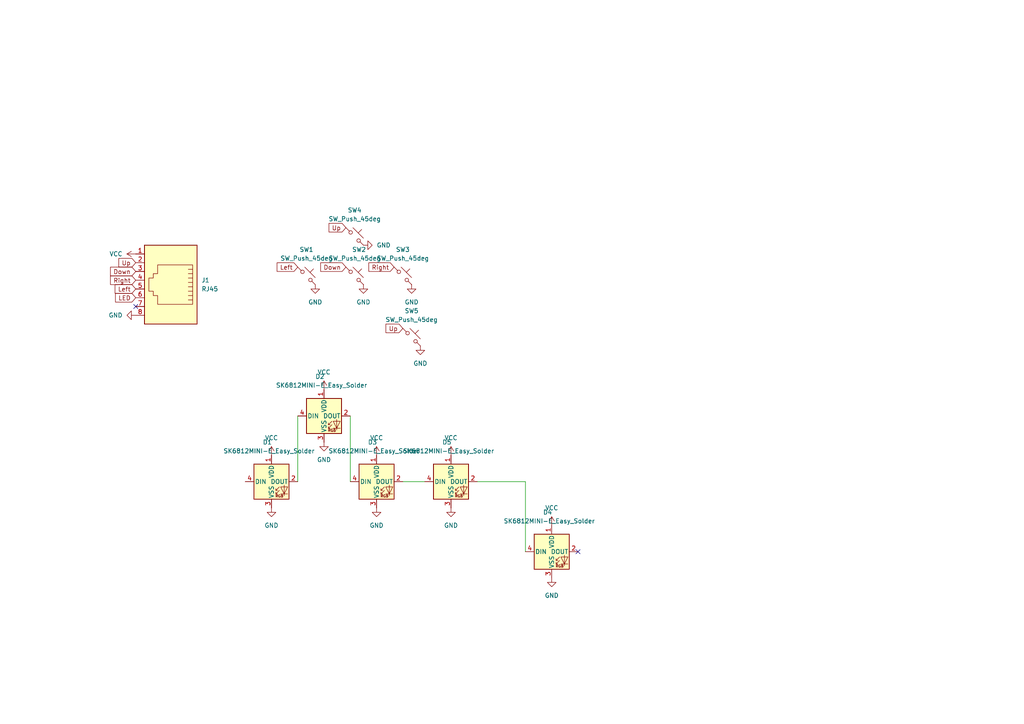
<source format=kicad_sch>
(kicad_sch (version 20230121) (generator eeschema)
  (paper "A4")
  (lib_symbols
    (symbol "Connector:RJ45" (pin_names (offset 1.016))
      (property "Reference" "J" (at -5.08 13.97 0))
      (property "Value" "RJ45" (at 2.54 13.97 0))
      (symbol "RJ45_0_1"
        (polyline (pts (xy -5.08 4.445) (xy -6.35 4.445)))
        (polyline (pts (xy -5.08 5.715) (xy -6.35 5.715)))
        (polyline (pts (xy -6.35 -3.175) (xy -5.08 -3.175) (xy -5.08 -3.175)))
        (polyline (pts (xy -6.35 -1.905) (xy -5.08 -1.905) (xy -5.08 -1.905)))
        (polyline (pts (xy -6.35 -0.635) (xy -5.08 -0.635) (xy -5.08 -0.635)))
        (polyline (pts (xy -6.35 0.635) (xy -5.08 0.635) (xy -5.08 0.635)))
        (polyline (pts (xy -6.35 1.905) (xy -5.08 1.905) (xy -5.08 1.905)))
        (polyline (pts (xy -5.08 3.175) (xy -6.35 3.175) (xy -6.35 3.175)))
        (polyline (pts (xy -6.35 -4.445) (xy -6.35 6.985) (xy 3.81 6.985) (xy 3.81 4.445) (xy 5.08 4.445) (xy 5.08 3.175) (xy 6.35 3.175) (xy 6.35 -0.635) (xy 5.08 -0.635) (xy 5.08 -1.905) (xy 3.81 -1.905) (xy 3.81 -4.445) (xy -6.35 -4.445) (xy -6.35 -4.445)))
        (rectangle (start 7.62 12.7) (end -7.62 -10.16) (stroke (width 0.254)) (fill (type background)))
      )
      (symbol "RJ45_1_1"
        (pin passive line (at 10.16 -7.62 180) (length 2.54) (name "~") (number "1"))
        (pin passive line (at 10.16 -5.08 180) (length 2.54) (name "~") (number "2"))
        (pin passive line (at 10.16 -2.54 180) (length 2.54) (name "~") (number "3"))
        (pin passive line (at 10.16 0 180) (length 2.54) (name "~") (number "4"))
        (pin passive line (at 10.16 2.54 180) (length 2.54) (name "~") (number "5"))
        (pin passive line (at 10.16 5.08 180) (length 2.54) (name "~") (number "6"))
        (pin passive line (at 10.16 7.62 180) (length 2.54) (name "~") (number "7"))
        (pin passive line (at 10.16 10.16 180) (length 2.54) (name "~") (number "8"))
      )
    )
    (symbol "Switch:SW_Push_45deg" (pin_numbers hide) (pin_names (offset 1.016) hide)
      (property "Reference" "SW" (at 3.048 1.016 0))
      (property "Value" "SW_Push_45deg" (at 0 -3.81 0))
      (symbol "SW_Push_45deg_0_1"
        (circle (center -1.1684 1.1684) (radius 0.508))
        (polyline (pts (xy -0.508 2.54) (xy 2.54 -0.508)))
        (polyline (pts (xy 1.016 1.016) (xy 2.032 2.032)))
        (polyline (pts (xy -2.54 2.54) (xy -1.524 1.524) (xy -1.524 1.524)))
        (polyline (pts (xy 1.524 -1.524) (xy 2.54 -2.54) (xy 2.54 -2.54) (xy 2.54 -2.54)))
        (circle (center 1.143 -1.1938) (radius 0.508))
        (pin passive line (at -2.54 2.54 0) (length 0) (name "1") (number "1"))
        (pin passive line (at 2.54 -2.54 180) (length 0) (name "2") (number "2"))
      )
    )
    (symbol "power:GND" (power) (pin_names (offset 0))
      (property "Value" "GND" (at 0 -3.81 0))
      (symbol "GND_0_1"
        (polyline (pts (xy 0 0) (xy 0 -1.27) (xy 1.27 -1.27) (xy 0 -2.54) (xy -1.27 -1.27) (xy 0 -1.27)))
      )
      (symbol "GND_1_1"
        (pin power_in line (at 0 0 270) (length 0) hide (name "GND") (number "1"))
      )
    )
    (symbol "power:VCC" (power) (pin_names (offset 0))
      (property "Value" "VCC" (at 0 3.81 0))
      (symbol "VCC_0_1"
        (polyline (pts (xy -0.762 1.27) (xy 0 2.54)))
        (polyline (pts (xy 0 0) (xy 0 2.54)))
        (polyline (pts (xy 0 2.54) (xy 0.762 1.27)))
      )
      (symbol "VCC_1_1"
        (pin power_in line (at 0 0 90) (length 0) hide (name "VCC") (number "1"))
      )
    )
    (symbol "sk6812mini-e_easy_solder:SK6812MINI-E_Easy_Solder" (pin_names (offset 0.254))
      (property "Reference" "D" (at 5.08 5.715 0))
      (property "Value" "SK6812MINI-E_Easy_Solder" (at 1.27 -5.715 0))
      (symbol "SK6812MINI-E_Easy_Solder_0_0"
        (text "RGB" (at 2.286 -4.191 0) (effects (font (size 0.762 0.762))))
      )
      (symbol "SK6812MINI-E_Easy_Solder_0_1"
        (polyline (pts (xy 1.27 -3.556) (xy 1.778 -3.556)))
        (polyline (pts (xy 1.27 -2.54) (xy 1.778 -2.54)))
        (polyline (pts (xy 4.699 -3.556) (xy 2.667 -3.556)))
        (polyline (pts (xy 2.286 -2.54) (xy 1.27 -3.556) (xy 1.27 -3.048)))
        (polyline (pts (xy 2.286 -1.524) (xy 1.27 -2.54) (xy 1.27 -2.032)))
        (polyline (pts (xy 3.683 -1.016) (xy 3.683 -3.556) (xy 3.683 -4.064)))
        (polyline (pts (xy 4.699 -1.524) (xy 2.667 -1.524) (xy 3.683 -3.556) (xy 4.699 -1.524)))
        (rectangle (start 5.08 5.08) (end -5.08 -5.08) (stroke (width 0.254)) (fill (type background)))
      )
      (symbol "SK6812MINI-E_Easy_Solder_1_1"
        (pin power_in line (at 0 7.62 270) (length 2.54) (name "VDD") (number "1"))
        (pin output line (at 7.62 0 180) (length 2.54) (name "DOUT") (number "2"))
        (pin power_in line (at 0 -7.62 90) (length 2.54) (name "VSS") (number "3"))
        (pin input line (at -7.62 0 0) (length 2.54) (name "DIN") (number "4"))
      )
    )
  )
  (no_connect (at 39.37 88.9))
  (no_connect (at 167.64 160.02))
  (wire (pts (xy 101.6 120.65) (xy 101.6 139.7)))
  (wire (pts (xy 116.84 139.7) (xy 123.19 139.7)))
  (wire (pts (xy 86.36 120.65) (xy 86.36 139.7)))
  (wire (pts (xy 138.43 139.7) (xy 152.4 139.7)))
  (wire (pts (xy 152.4 139.7) (xy 152.4 160.02)))
  (global_label "Down" (shape input) (at 39.37 78.74 180) (property "Intersheetrefs" "${INTERSHEET_REFS}" (effects hide)))
  (global_label "Up" (shape input) (at 100.33 66.04 180) (property "Intersheetrefs" "${INTERSHEET_REFS}" (effects hide)))
  (global_label "Left" (shape input) (at 39.37 83.82 180) (property "Intersheetrefs" "${INTERSHEET_REFS}" (effects hide)))
  (global_label "Down" (shape input) (at 100.33 77.47 180) (property "Intersheetrefs" "${INTERSHEET_REFS}" (effects hide)))
  (global_label "Right" (shape input) (at 114.3 77.47 180) (property "Intersheetrefs" "${INTERSHEET_REFS}" (effects hide)))
  (global_label "LED" (shape input) (at 39.37 86.36 180) (property "Intersheetrefs" "${INTERSHEET_REFS}" (effects hide)))
  (global_label "Right" (shape input) (at 39.37 81.28 180) (property "Intersheetrefs" "${INTERSHEET_REFS}" (effects hide)))
  (global_label "Up" (shape input) (at 116.84 95.25 180) (property "Intersheetrefs" "${INTERSHEET_REFS}" (effects hide)))
  (global_label "Left" (shape input) (at 86.36 77.47 180) (property "Intersheetrefs" "${INTERSHEET_REFS}" (effects hide)))
  (global_label "Up" (shape input) (at 39.37 76.2 180) (property "Intersheetrefs" "${INTERSHEET_REFS}" (effects hide)))
  (symbol (lib_id "Switch:SW_Push_45deg") (at 88.9 80.01 0) (unit 1)
    (property "Reference" "SW1" (at 88.9 72.39 0))
    (property "Value" "SW_Push_45deg" (at 88.9 74.93 0))
  )
  (symbol (lib_id "power:VCC") (at 39.37 73.66 90) (unit 1)
    (property "Reference" "#PWR01" (effects hide))
    (property "Value" "VCC" (at 35.56 73.66 90) (effects (justify left)))
  )
  (symbol (lib_id "sk6812mini-e_easy_solder:SK6812MINI-E_Easy_Solder") (at 78.74 139.7 0) (unit 1)
    (property "Reference" "D1" (at 76.2 128.27 0) (effects (justify left)))
    (property "Value" "SK6812MINI-E_Easy_Solder" (at 64.77 130.81 0) (effects (justify left)))
    (property "Footprint" "zodipact:YS-SK6812MINI-E-SingleSide" (effects hide))
  )
  (symbol (lib_id "power:VCC") (at 78.74 132.08 0) (unit 1)
    (property "Reference" "#PWR013" (effects hide))
    (property "Value" "VCC" (at 78.74 127 0))
  )
  (symbol (lib_id "power:GND") (at 39.37 91.44 270) (unit 1)
    (property "Reference" "#PWR07" (effects hide))
    (property "Value" "GND" (at 35.56 91.44 90) (effects (justify right)))
  )
  (symbol (lib_id "Switch:SW_Push_45deg") (at 102.87 68.58 0) (unit 1)
    (property "Reference" "SW4" (at 102.87 60.96 0))
    (property "Value" "SW_Push_45deg" (at 102.87 63.5 0))
  )
  (symbol (lib_id "sk6812mini-e_easy_solder:SK6812MINI-E_Easy_Solder") (at 109.22 139.7 0) (unit 1)
    (property "Reference" "D3" (at 106.68 128.27 0) (effects (justify left)))
    (property "Value" "SK6812MINI-E_Easy_Solder" (at 95.25 130.81 0) (effects (justify left)))
    (property "Footprint" "zodipact:YS-SK6812MINI-E-SingleSide" (effects hide))
  )
  (symbol (lib_id "power:GND") (at 130.81 147.32 0) (unit 1)
    (property "Reference" "#PWR011" (effects hide))
    (property "Value" "GND" (at 130.81 152.4 0))
  )
  (symbol (lib_id "power:GND") (at 105.41 71.12 90) (unit 1)
    (property "Reference" "#PWR02" (effects hide))
    (property "Value" "GND" (at 109.22 71.12 90) (effects (justify right)))
  )
  (symbol (lib_id "Switch:SW_Push_45deg") (at 102.87 80.01 0) (unit 1)
    (property "Reference" "SW2" (at 104.14 72.39 0))
    (property "Value" "SW_Push_45deg" (at 102.87 74.93 0))
  )
  (symbol (lib_id "power:VCC") (at 109.22 132.08 0) (unit 1)
    (property "Reference" "#PWR015" (effects hide))
    (property "Value" "VCC" (at 109.22 127 0))
  )
  (symbol (lib_id "sk6812mini-e_easy_solder:SK6812MINI-E_Easy_Solder") (at 93.98 120.65 0) (unit 1)
    (property "Reference" "D2" (at 91.44 109.22 0) (effects (justify left)))
    (property "Value" "SK6812MINI-E_Easy_Solder" (at 80.01 111.76 0) (effects (justify left)))
    (property "Footprint" "zodipact:YS-SK6812MINI-E-SingleSide" (effects hide))
  )
  (symbol (lib_id "Connector:RJ45") (at 49.53 81.28 180) (unit 1)
    (property "Reference" "J1" (at 58.42 81.28 0) (effects (justify right)))
    (property "Value" "RJ45" (at 58.42 83.82 0) (effects (justify right)))
  )
  (symbol (lib_id "power:GND") (at 105.41 82.55 0) (unit 1)
    (property "Reference" "#PWR04" (effects hide))
    (property "Value" "GND" (at 105.41 87.63 0))
  )
  (symbol (lib_id "power:GND") (at 93.98 128.27 0) (unit 1)
    (property "Reference" "#PWR010" (effects hide))
    (property "Value" "GND" (at 93.98 133.35 0))
  )
  (symbol (lib_id "Switch:SW_Push_45deg") (at 119.38 97.79 0) (unit 1)
    (property "Reference" "SW5" (at 119.38 90.17 0))
    (property "Value" "SW_Push_45deg" (at 119.38 92.71 0))
  )
  (symbol (lib_id "power:VCC") (at 93.98 113.03 0) (unit 1)
    (property "Reference" "#PWR014" (effects hide))
    (property "Value" "VCC" (at 93.98 107.95 0))
  )
  (symbol (lib_id "power:GND") (at 160.02 167.64 0) (unit 1)
    (property "Reference" "#PWR012" (effects hide))
    (property "Value" "GND" (at 160.02 172.72 0))
  )
  (symbol (lib_id "power:GND") (at 78.74 147.32 0) (unit 1)
    (property "Reference" "#PWR08" (effects hide))
    (property "Value" "GND" (at 78.74 152.4 0))
  )
  (symbol (lib_id "sk6812mini-e_easy_solder:SK6812MINI-E_Easy_Solder") (at 130.81 139.7 0) (unit 1)
    (property "Reference" "D5" (at 128.27 128.27 0) (effects (justify left)))
    (property "Value" "SK6812MINI-E_Easy_Solder" (at 116.84 130.81 0) (effects (justify left)))
    (property "Footprint" "zodipact:YS-SK6812MINI-E-SingleSide" (effects hide))
  )
  (symbol (lib_id "power:GND") (at 109.22 147.32 0) (unit 1)
    (property "Reference" "#PWR09" (effects hide))
    (property "Value" "GND" (at 109.22 152.4 0))
  )
  (symbol (lib_id "power:GND") (at 119.38 82.55 0) (unit 1)
    (property "Reference" "#PWR05" (effects hide))
    (property "Value" "GND" (at 119.38 87.63 0))
  )
  (symbol (lib_id "power:GND") (at 121.92 100.33 0) (unit 1)
    (property "Reference" "#PWR06" (effects hide))
    (property "Value" "GND" (at 121.92 105.41 0))
  )
  (symbol (lib_id "sk6812mini-e_easy_solder:SK6812MINI-E_Easy_Solder") (at 160.02 160.02 0) (unit 1)
    (property "Reference" "D4" (at 157.48 148.59 0) (effects (justify left)))
    (property "Value" "SK6812MINI-E_Easy_Solder" (at 146.05 151.13 0) (effects (justify left)))
    (property "Footprint" "zodipact:YS-SK6812MINI-E-SingleSide" (effects hide))
  )
  (symbol (lib_id "Switch:SW_Push_45deg") (at 116.84 80.01 0) (unit 1)
    (property "Reference" "SW3" (at 116.84 72.39 0))
    (property "Value" "SW_Push_45deg" (at 116.84 74.93 0))
  )
  (symbol (lib_id "power:VCC") (at 130.81 132.08 0) (unit 1)
    (property "Reference" "#PWR016" (effects hide))
    (property "Value" "VCC" (at 130.81 127 0))
  )
  (symbol (lib_id "power:GND") (at 91.44 82.55 0) (unit 1)
    (property "Reference" "#PWR03" (effects hide))
    (property "Value" "GND" (at 91.44 87.63 0))
  )
  (symbol (lib_id "power:VCC") (at 160.02 152.4 0) (unit 1)
    (property "Reference" "#PWR017" (effects hide))
    (property "Value" "VCC" (at 160.02 147.32 0))
  )
)
</source>
